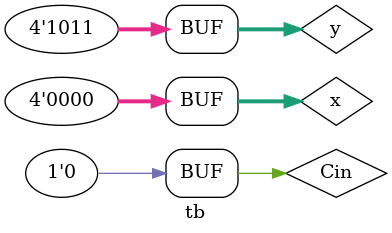
<source format=v>
module tb;
   reg  [3:0] x,y;
    reg  Cin;
    wire [3:0] S;
    wire Cout ;


    ripple_Adder test (x,y,Cin,Cout,S);
    initial begin
      $monitor("time = %0t : x=%b , y=%b ,Cin=%b =====> Cout=%b,  S=%b ",$time,x,y,Cin,Cout,S);
      Cin=0 ; x=4'b0;y=4'b0;#5;
      x=4'b1111;y=4'b1001;#5;
      x=4'b1010;y=4'b1000;#5;
      x=4'b0111;y=4'b0111;#5;
      x=4'b0000;y=4'b1011;#5;

    end
      
endmodule


</source>
